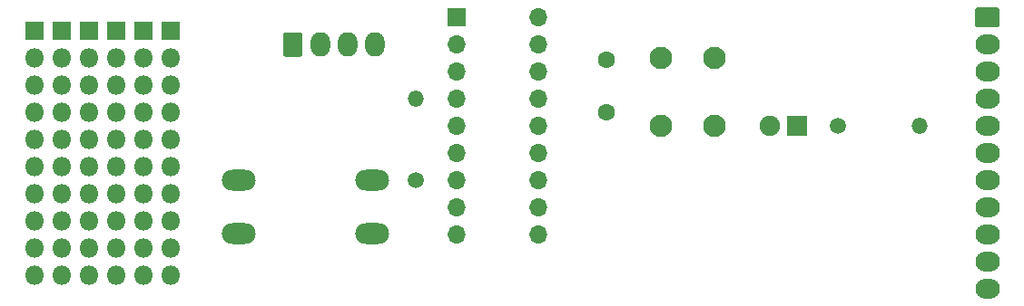
<source format=gbr>
%TF.GenerationSoftware,KiCad,Pcbnew,5.1.5+dfsg1-2build2*%
%TF.CreationDate,2022-12-31T14:04:58+00:00*%
%TF.ProjectId,pic_proto1,7069635f-7072-46f7-946f-312e6b696361,rev?*%
%TF.SameCoordinates,Original*%
%TF.FileFunction,Soldermask,Top*%
%TF.FilePolarity,Negative*%
%FSLAX46Y46*%
G04 Gerber Fmt 4.6, Leading zero omitted, Abs format (unit mm)*
G04 Created by KiCad (PCBNEW 5.1.5+dfsg1-2build2) date 2022-12-31 14:04:58*
%MOMM*%
%LPD*%
G04 APERTURE LIST*
%ADD10R,1.800000X1.800000*%
%ADD11O,1.800000X1.800000*%
%ADD12C,1.600000*%
%ADD13O,1.700000X1.700000*%
%ADD14R,1.700000X1.700000*%
%ADD15O,3.148000X1.950000*%
%ADD16O,1.500000X1.500000*%
%ADD17C,1.500000*%
%ADD18O,2.290000X1.840000*%
%ADD19C,0.100000*%
%ADD20O,1.840000X2.290000*%
%ADD21C,1.900000*%
%ADD22R,1.900000X1.900000*%
%ADD23C,2.100000*%
G04 APERTURE END LIST*
D10*
%TO.C,REF\002A\002A*%
X137160000Y-50800000D03*
D11*
X137160000Y-53340000D03*
X137160000Y-55880000D03*
X137160000Y-58420000D03*
X137160000Y-60960000D03*
X137160000Y-63500000D03*
X137160000Y-66040000D03*
X137160000Y-68580000D03*
X137160000Y-71120000D03*
X137160000Y-73660000D03*
%TD*%
D10*
%TO.C,REF\002A\002A*%
X134620000Y-50800000D03*
D11*
X134620000Y-53340000D03*
X134620000Y-55880000D03*
X134620000Y-58420000D03*
X134620000Y-60960000D03*
X134620000Y-63500000D03*
X134620000Y-66040000D03*
X134620000Y-68580000D03*
X134620000Y-71120000D03*
X134620000Y-73660000D03*
%TD*%
D10*
%TO.C,REF\002A\002A*%
X132080000Y-50800000D03*
D11*
X132080000Y-53340000D03*
X132080000Y-55880000D03*
X132080000Y-58420000D03*
X132080000Y-60960000D03*
X132080000Y-63500000D03*
X132080000Y-66040000D03*
X132080000Y-68580000D03*
X132080000Y-71120000D03*
X132080000Y-73660000D03*
%TD*%
D10*
%TO.C,REF\002A\002A*%
X129540000Y-50800000D03*
D11*
X129540000Y-53340000D03*
X129540000Y-55880000D03*
X129540000Y-58420000D03*
X129540000Y-60960000D03*
X129540000Y-63500000D03*
X129540000Y-66040000D03*
X129540000Y-68580000D03*
X129540000Y-71120000D03*
X129540000Y-73660000D03*
%TD*%
%TO.C,REF\002A\002A*%
X127000000Y-73660000D03*
X127000000Y-71120000D03*
X127000000Y-68580000D03*
X127000000Y-66040000D03*
X127000000Y-63500000D03*
X127000000Y-60960000D03*
X127000000Y-58420000D03*
X127000000Y-55880000D03*
X127000000Y-53340000D03*
D10*
X127000000Y-50800000D03*
%TD*%
D11*
%TO.C,REF\002A\002A*%
X124460000Y-73660000D03*
X124460000Y-71120000D03*
X124460000Y-68580000D03*
X124460000Y-66040000D03*
X124460000Y-63500000D03*
X124460000Y-60960000D03*
X124460000Y-58420000D03*
X124460000Y-55880000D03*
X124460000Y-53340000D03*
D10*
X124460000Y-50800000D03*
%TD*%
D12*
%TO.C,X1*%
X177800000Y-53540000D03*
X177800000Y-58420000D03*
%TD*%
D13*
%TO.C,U1*%
X171450000Y-49530000D03*
X163830000Y-69850000D03*
X171450000Y-52070000D03*
X163830000Y-67310000D03*
X171450000Y-54610000D03*
X163830000Y-64770000D03*
X171450000Y-57150000D03*
X163830000Y-62230000D03*
X171450000Y-59690000D03*
X163830000Y-59690000D03*
X171450000Y-62230000D03*
X163830000Y-57150000D03*
X171450000Y-64770000D03*
X163830000Y-54610000D03*
X171450000Y-67310000D03*
X163830000Y-52070000D03*
X171450000Y-69850000D03*
D14*
X163830000Y-49530000D03*
%TD*%
D15*
%TO.C,SW1*%
X143510000Y-69770000D03*
X143510000Y-64770000D03*
X156010000Y-69770000D03*
X156010000Y-64770000D03*
%TD*%
D16*
%TO.C,R2*%
X207010000Y-59690000D03*
D17*
X199390000Y-59690000D03*
%TD*%
D16*
%TO.C,R1*%
X160020000Y-57150000D03*
D17*
X160020000Y-64770000D03*
%TD*%
D18*
%TO.C,J2*%
X213360000Y-74930000D03*
X213360000Y-72390000D03*
X213360000Y-69850000D03*
X213360000Y-67310000D03*
X213360000Y-64770000D03*
X213360000Y-62230000D03*
X213360000Y-59690000D03*
X213360000Y-57150000D03*
X213360000Y-54610000D03*
X213360000Y-52070000D03*
D19*
G36*
X214266545Y-48611273D02*
G01*
X214292208Y-48615080D01*
X214317375Y-48621384D01*
X214341802Y-48630124D01*
X214365255Y-48641216D01*
X214387507Y-48654554D01*
X214408346Y-48670009D01*
X214427569Y-48687431D01*
X214444991Y-48706654D01*
X214460446Y-48727493D01*
X214473784Y-48749745D01*
X214484876Y-48773198D01*
X214493616Y-48797625D01*
X214499920Y-48822792D01*
X214503727Y-48848455D01*
X214505000Y-48874367D01*
X214505000Y-50185633D01*
X214503727Y-50211545D01*
X214499920Y-50237208D01*
X214493616Y-50262375D01*
X214484876Y-50286802D01*
X214473784Y-50310255D01*
X214460446Y-50332507D01*
X214444991Y-50353346D01*
X214427569Y-50372569D01*
X214408346Y-50389991D01*
X214387507Y-50405446D01*
X214365255Y-50418784D01*
X214341802Y-50429876D01*
X214317375Y-50438616D01*
X214292208Y-50444920D01*
X214266545Y-50448727D01*
X214240633Y-50450000D01*
X212479367Y-50450000D01*
X212453455Y-50448727D01*
X212427792Y-50444920D01*
X212402625Y-50438616D01*
X212378198Y-50429876D01*
X212354745Y-50418784D01*
X212332493Y-50405446D01*
X212311654Y-50389991D01*
X212292431Y-50372569D01*
X212275009Y-50353346D01*
X212259554Y-50332507D01*
X212246216Y-50310255D01*
X212235124Y-50286802D01*
X212226384Y-50262375D01*
X212220080Y-50237208D01*
X212216273Y-50211545D01*
X212215000Y-50185633D01*
X212215000Y-48874367D01*
X212216273Y-48848455D01*
X212220080Y-48822792D01*
X212226384Y-48797625D01*
X212235124Y-48773198D01*
X212246216Y-48749745D01*
X212259554Y-48727493D01*
X212275009Y-48706654D01*
X212292431Y-48687431D01*
X212311654Y-48670009D01*
X212332493Y-48654554D01*
X212354745Y-48641216D01*
X212378198Y-48630124D01*
X212402625Y-48621384D01*
X212427792Y-48615080D01*
X212453455Y-48611273D01*
X212479367Y-48610000D01*
X214240633Y-48610000D01*
X214266545Y-48611273D01*
G37*
%TD*%
D20*
%TO.C,J1*%
X156210000Y-52070000D03*
X153670000Y-52070000D03*
X151130000Y-52070000D03*
D19*
G36*
X149271545Y-50926273D02*
G01*
X149297208Y-50930080D01*
X149322375Y-50936384D01*
X149346802Y-50945124D01*
X149370255Y-50956216D01*
X149392507Y-50969554D01*
X149413346Y-50985009D01*
X149432569Y-51002431D01*
X149449991Y-51021654D01*
X149465446Y-51042493D01*
X149478784Y-51064745D01*
X149489876Y-51088198D01*
X149498616Y-51112625D01*
X149504920Y-51137792D01*
X149508727Y-51163455D01*
X149510000Y-51189367D01*
X149510000Y-52950633D01*
X149508727Y-52976545D01*
X149504920Y-53002208D01*
X149498616Y-53027375D01*
X149489876Y-53051802D01*
X149478784Y-53075255D01*
X149465446Y-53097507D01*
X149449991Y-53118346D01*
X149432569Y-53137569D01*
X149413346Y-53154991D01*
X149392507Y-53170446D01*
X149370255Y-53183784D01*
X149346802Y-53194876D01*
X149322375Y-53203616D01*
X149297208Y-53209920D01*
X149271545Y-53213727D01*
X149245633Y-53215000D01*
X147934367Y-53215000D01*
X147908455Y-53213727D01*
X147882792Y-53209920D01*
X147857625Y-53203616D01*
X147833198Y-53194876D01*
X147809745Y-53183784D01*
X147787493Y-53170446D01*
X147766654Y-53154991D01*
X147747431Y-53137569D01*
X147730009Y-53118346D01*
X147714554Y-53097507D01*
X147701216Y-53075255D01*
X147690124Y-53051802D01*
X147681384Y-53027375D01*
X147675080Y-53002208D01*
X147671273Y-52976545D01*
X147670000Y-52950633D01*
X147670000Y-51189367D01*
X147671273Y-51163455D01*
X147675080Y-51137792D01*
X147681384Y-51112625D01*
X147690124Y-51088198D01*
X147701216Y-51064745D01*
X147714554Y-51042493D01*
X147730009Y-51021654D01*
X147747431Y-51002431D01*
X147766654Y-50985009D01*
X147787493Y-50969554D01*
X147809745Y-50956216D01*
X147833198Y-50945124D01*
X147857625Y-50936384D01*
X147882792Y-50930080D01*
X147908455Y-50926273D01*
X147934367Y-50925000D01*
X149245633Y-50925000D01*
X149271545Y-50926273D01*
G37*
%TD*%
D21*
%TO.C,D1*%
X193040000Y-59690000D03*
D22*
X195580000Y-59690000D03*
%TD*%
D23*
%TO.C,C2*%
X187880000Y-53340000D03*
X182880000Y-53340000D03*
%TD*%
%TO.C,C1*%
X187880000Y-59690000D03*
X182880000Y-59690000D03*
%TD*%
M02*

</source>
